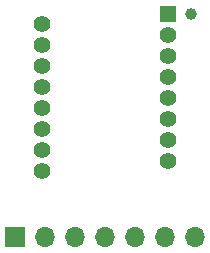
<source format=gbr>
%TF.GenerationSoftware,KiCad,Pcbnew,(6.0.4-0)*%
%TF.CreationDate,2022-11-26T17:45:56+09:00*%
%TF.ProjectId,KeyBall,4b657942-616c-46c2-9e6b-696361645f70,rev?*%
%TF.SameCoordinates,Original*%
%TF.FileFunction,Soldermask,Bot*%
%TF.FilePolarity,Negative*%
%FSLAX46Y46*%
G04 Gerber Fmt 4.6, Leading zero omitted, Abs format (unit mm)*
G04 Created by KiCad (PCBNEW (6.0.4-0)) date 2022-11-26 17:45:56*
%MOMM*%
%LPD*%
G01*
G04 APERTURE LIST*
%ADD10R,1.700000X1.700000*%
%ADD11O,1.700000X1.700000*%
%ADD12R,1.400000X1.400000*%
%ADD13C,1.400000*%
%ADD14C,1.000000*%
G04 APERTURE END LIST*
D10*
%TO.C,J1*%
X149800000Y-107000000D03*
D11*
X152340000Y-107000000D03*
X154880000Y-107000000D03*
X157420000Y-107000000D03*
X159960000Y-107000000D03*
X162500000Y-107000000D03*
X165040000Y-107000000D03*
%TD*%
D12*
%TO.C,U4*%
X162750000Y-88110000D03*
D13*
X162750000Y-89890000D03*
X162750000Y-91670000D03*
X162750000Y-93450000D03*
X162750000Y-95230000D03*
X162750000Y-97010000D03*
X162750000Y-98790000D03*
X162750000Y-100570000D03*
X152050000Y-101460000D03*
X152050000Y-99680000D03*
X152050000Y-97900000D03*
X152050000Y-96120000D03*
X152050000Y-94340000D03*
X152050000Y-92560000D03*
X152050000Y-90780000D03*
X152050000Y-89000000D03*
%TD*%
D14*
%TO.C,P1*%
X164700000Y-88100000D03*
%TD*%
M02*

</source>
